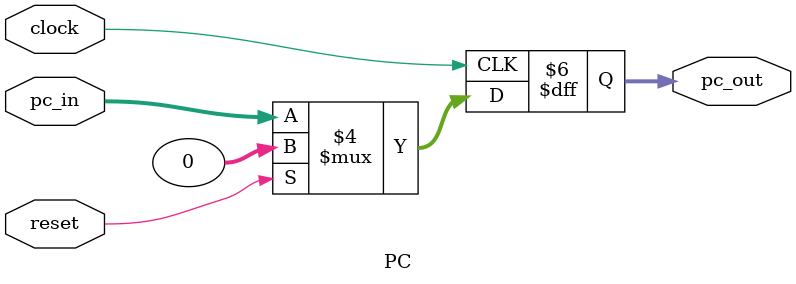
<source format=v>
module PC
(pc_in,pc_out,clock,reset);

input [31:0] pc_in;
input clock, reset;
output reg [31:0] pc_out;
	
initial begin
	pc_out = 32'b00000000000000000000000000000000;
end
always@(posedge clock)
begin
if (reset)
	pc_out = 32'b00000000000000000000000000000000;
else
	pc_out = pc_in;
end
endmodule

</source>
